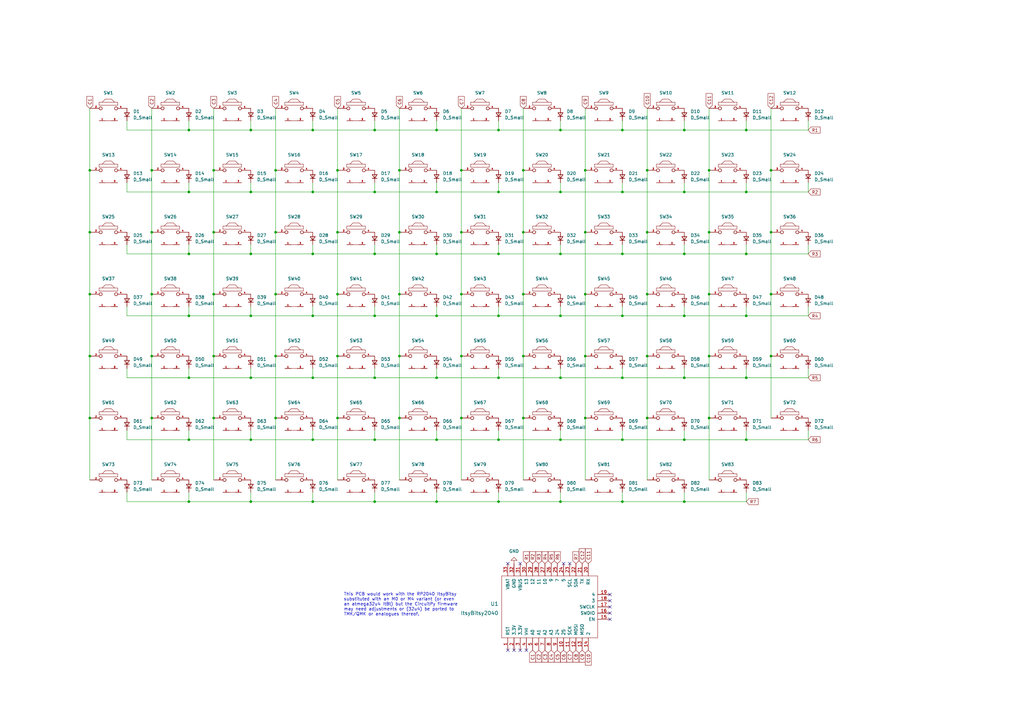
<source format=kicad_sch>
(kicad_sch (version 20211123) (generator eeschema)
  (paper "A3")
  (title_block (title "B84-4001 Keyboard PCB") (date "2022-05-30") (rev "1.0"))
  (junction (at 77.47 205.74))
  (junction (at 255.27 129.54))
  (junction (at 214.63 69.85))
  (junction (at 204.47 78.74))
  (junction (at 36.83 69.85))
  (junction (at 163.83 171.45))
  (junction (at 204.47 205.74))
  (junction (at 102.87 129.54))
  (junction (at 306.07 129.54))
  (junction (at 153.67 154.94))
  (junction (at 255.27 78.74))
  (junction (at 229.87 180.34))
  (junction (at 102.87 180.34))
  (junction (at 280.67 53.34))
  (junction (at 214.63 146.05))
  (junction (at 280.67 205.74))
  (junction (at 113.03 120.65))
  (junction (at 255.27 104.14))
  (junction (at 189.23 120.65))
  (junction (at 179.07 104.14))
  (junction (at 138.43 120.65))
  (junction (at 128.27 154.94))
  (junction (at 229.87 205.74))
  (junction (at 62.23 120.65))
  (junction (at 189.23 95.25))
  (junction (at 138.43 95.25))
  (junction (at 280.67 104.14))
  (junction (at 280.67 129.54))
  (junction (at 77.47 180.34))
  (junction (at 36.83 95.25))
  (junction (at 128.27 180.34))
  (junction (at 163.83 69.85))
  (junction (at 280.67 180.34))
  (junction (at 240.03 171.45))
  (junction (at 290.83 171.45))
  (junction (at 102.87 154.94))
  (junction (at 229.87 78.74))
  (junction (at 229.87 104.14))
  (junction (at 265.43 69.85))
  (junction (at 306.07 78.74))
  (junction (at 62.23 171.45))
  (junction (at 290.83 146.05))
  (junction (at 265.43 146.05))
  (junction (at 153.67 78.74))
  (junction (at 163.83 120.65))
  (junction (at 128.27 78.74))
  (junction (at 113.03 171.45))
  (junction (at 316.23 95.25))
  (junction (at 316.23 69.85))
  (junction (at 179.07 154.94))
  (junction (at 204.47 154.94))
  (junction (at 77.47 154.94))
  (junction (at 163.83 146.05))
  (junction (at 255.27 53.34))
  (junction (at 77.47 53.34))
  (junction (at 204.47 129.54))
  (junction (at 153.67 104.14))
  (junction (at 265.43 171.45))
  (junction (at 102.87 104.14))
  (junction (at 128.27 129.54))
  (junction (at 113.03 69.85))
  (junction (at 128.27 205.74))
  (junction (at 306.07 154.94))
  (junction (at 138.43 146.05))
  (junction (at 265.43 120.65))
  (junction (at 229.87 154.94))
  (junction (at 153.67 53.34))
  (junction (at 214.63 171.45))
  (junction (at 102.87 53.34))
  (junction (at 189.23 171.45))
  (junction (at 189.23 146.05))
  (junction (at 153.67 129.54))
  (junction (at 87.63 171.45))
  (junction (at 240.03 95.25))
  (junction (at 138.43 171.45))
  (junction (at 265.43 95.25))
  (junction (at 102.87 205.74))
  (junction (at 153.67 205.74))
  (junction (at 62.23 69.85))
  (junction (at 240.03 69.85))
  (junction (at 102.87 78.74))
  (junction (at 113.03 95.25))
  (junction (at 179.07 205.74))
  (junction (at 163.83 95.25))
  (junction (at 255.27 180.34))
  (junction (at 36.83 146.05))
  (junction (at 179.07 53.34))
  (junction (at 214.63 120.65))
  (junction (at 77.47 104.14))
  (junction (at 77.47 78.74))
  (junction (at 316.23 146.05))
  (junction (at 36.83 171.45))
  (junction (at 36.83 120.65))
  (junction (at 204.47 104.14))
  (junction (at 189.23 69.85))
  (junction (at 214.63 95.25))
  (junction (at 113.03 146.05))
  (junction (at 229.87 129.54))
  (junction (at 240.03 146.05))
  (junction (at 87.63 120.65))
  (junction (at 87.63 69.85))
  (junction (at 179.07 180.34))
  (junction (at 87.63 146.05))
  (junction (at 306.07 53.34))
  (junction (at 306.07 104.14))
  (junction (at 153.67 180.34))
  (junction (at 280.67 78.74))
  (junction (at 290.83 120.65))
  (junction (at 138.43 69.85))
  (junction (at 290.83 95.25))
  (junction (at 229.87 53.34))
  (junction (at 87.63 95.25))
  (junction (at 290.83 69.85))
  (junction (at 316.23 120.65))
  (junction (at 179.07 129.54))
  (junction (at 280.67 154.94))
  (junction (at 240.03 120.65))
  (junction (at 128.27 53.34))
  (junction (at 306.07 180.34))
  (junction (at 62.23 146.05))
  (junction (at 255.27 205.74))
  (junction (at 77.47 129.54))
  (junction (at 204.47 53.34))
  (junction (at 204.47 180.34))
  (junction (at 255.27 154.94))
  (junction (at 62.23 95.25))
  (junction (at 179.07 78.74))
  (junction (at 128.27 104.14))
  (no_connect (at 208.28 266.7))
  (no_connect (at 210.82 266.7))
  (no_connect (at 213.36 266.7))
  (no_connect (at 215.9 266.7))
  (no_connect (at 213.36 231.14))
  (no_connect (at 208.28 231.14))
  (no_connect (at 231.14 231.14))
  (no_connect (at 233.68 231.14))
  (no_connect (at 250.19 254))
  (no_connect (at 250.19 243.84))
  (no_connect (at 250.19 251.46))
  (no_connect (at 250.19 248.92))
  (no_connect (at 250.19 246.38))
  (wire (pts (xy 306.07 154.94) (xy 331.47 154.94)))
  (wire (pts (xy 77.47 104.14) (xy 102.87 104.14)))
  (wire (pts (xy 255.27 49.53) (xy 255.27 53.34)))
  (wire (pts (xy 102.87 104.14) (xy 128.27 104.14)))
  (wire (pts (xy 240.03 95.25) (xy 240.03 120.65)))
  (wire (pts (xy 102.87 180.34) (xy 128.27 180.34)))
  (wire (pts (xy 214.63 171.45) (xy 214.63 196.85)))
  (wire (pts (xy 179.07 125.73) (xy 179.07 129.54)))
  (wire (pts (xy 331.47 78.74) (xy 331.47 74.93)))
  (wire (pts (xy 316.23 146.05) (xy 316.23 171.45)))
  (wire (pts (xy 280.67 201.93) (xy 280.67 205.74)))
  (wire (pts (xy 128.27 74.93) (xy 128.27 78.74)))
  (wire (pts (xy 52.07 154.94) (xy 77.47 154.94)))
  (wire (pts (xy 204.47 104.14) (xy 229.87 104.14)))
  (wire (pts (xy 153.67 129.54) (xy 179.07 129.54)))
  (wire (pts (xy 331.47 53.34) (xy 331.47 49.53)))
  (wire (pts (xy 153.67 78.74) (xy 179.07 78.74)))
  (wire (pts (xy 255.27 176.53) (xy 255.27 180.34)))
  (wire (pts (xy 52.07 129.54) (xy 77.47 129.54)))
  (wire (pts (xy 204.47 205.74) (xy 229.87 205.74)))
  (wire (pts (xy 102.87 53.34) (xy 102.87 49.53)))
  (wire (pts (xy 179.07 100.33) (xy 179.07 104.14)))
  (wire (pts (xy 229.87 78.74) (xy 255.27 78.74)))
  (wire (pts (xy 179.07 78.74) (xy 204.47 78.74)))
  (wire (pts (xy 153.67 151.13) (xy 153.67 154.94)))
  (wire (pts (xy 62.23 95.25) (xy 62.23 120.65)))
  (wire (pts (xy 52.07 180.34) (xy 77.47 180.34)))
  (wire (pts (xy 204.47 49.53) (xy 204.47 53.34)))
  (wire (pts (xy 163.83 120.65) (xy 163.83 146.05)))
  (wire (pts (xy 153.67 205.74) (xy 179.07 205.74)))
  (wire (pts (xy 204.47 74.93) (xy 204.47 78.74)))
  (wire (pts (xy 306.07 180.34) (xy 331.47 180.34)))
  (wire (pts (xy 189.23 69.85) (xy 189.23 95.25)))
  (wire (pts (xy 87.63 95.25) (xy 87.63 120.65)))
  (wire (pts (xy 153.67 154.94) (xy 179.07 154.94)))
  (wire (pts (xy 153.67 78.74) (xy 128.27 78.74)))
  (wire (pts (xy 179.07 49.53) (xy 179.07 53.34)))
  (wire (pts (xy 163.83 69.85) (xy 163.83 95.25)))
  (wire (pts (xy 128.27 151.13) (xy 128.27 154.94)))
  (wire (pts (xy 255.27 78.74) (xy 280.67 78.74)))
  (wire (pts (xy 229.87 49.53) (xy 229.87 53.34)))
  (wire (pts (xy 229.87 151.13) (xy 229.87 154.94)))
  (wire (pts (xy 77.47 180.34) (xy 77.47 176.53)))
  (wire (pts (xy 229.87 74.93) (xy 229.87 78.74)))
  (wire (pts (xy 280.67 176.53) (xy 280.67 180.34)))
  (wire (pts (xy 240.03 171.45) (xy 240.03 196.85)))
  (wire (pts (xy 306.07 176.53) (xy 306.07 180.34)))
  (wire (pts (xy 229.87 205.74) (xy 255.27 205.74)))
  (wire (pts (xy 280.67 53.34) (xy 306.07 53.34)))
  (wire (pts (xy 113.03 171.45) (xy 113.03 196.85)))
  (wire (pts (xy 280.67 104.14) (xy 306.07 104.14)))
  (wire (pts (xy 179.07 205.74) (xy 204.47 205.74)))
  (wire (pts (xy 204.47 201.93) (xy 204.47 205.74)))
  (wire (pts (xy 331.47 104.14) (xy 331.47 100.33)))
  (wire (pts (xy 102.87 53.34) (xy 128.27 53.34)))
  (wire (pts (xy 229.87 53.34) (xy 204.47 53.34)))
  (wire (pts (xy 204.47 176.53) (xy 204.47 180.34)))
  (wire (pts (xy 331.47 154.94) (xy 331.47 151.13)))
  (wire (pts (xy 87.63 44.45) (xy 87.63 69.85)))
  (wire (pts (xy 153.67 125.73) (xy 153.67 129.54)))
  (wire (pts (xy 255.27 74.93) (xy 255.27 78.74)))
  (wire (pts (xy 204.47 129.54) (xy 229.87 129.54)))
  (wire (pts (xy 102.87 151.13) (xy 102.87 154.94)))
  (wire (pts (xy 52.07 205.74) (xy 77.47 205.74)))
  (wire (pts (xy 87.63 120.65) (xy 87.63 146.05)))
  (wire (pts (xy 280.67 53.34) (xy 255.27 53.34)))
  (wire (pts (xy 128.27 205.74) (xy 153.67 205.74)))
  (wire (pts (xy 306.07 104.14) (xy 331.47 104.14)))
  (wire (pts (xy 128.27 154.94) (xy 153.67 154.94)))
  (wire (pts (xy 255.27 129.54) (xy 280.67 129.54)))
  (wire (pts (xy 331.47 129.54) (xy 331.47 125.73)))
  (wire (pts (xy 265.43 44.45) (xy 265.43 69.85)))
  (wire (pts (xy 214.63 44.45) (xy 214.63 69.85)))
  (wire (pts (xy 255.27 151.13) (xy 255.27 154.94)))
  (wire (pts (xy 102.87 205.74) (xy 128.27 205.74)))
  (wire (pts (xy 204.47 125.73) (xy 204.47 129.54)))
  (wire (pts (xy 113.03 69.85) (xy 113.03 95.25)))
  (wire (pts (xy 255.27 201.93) (xy 255.27 205.74)))
  (wire (pts (xy 52.07 74.93) (xy 52.07 78.74)))
  (wire (pts (xy 316.23 120.65) (xy 316.23 146.05)))
  (wire (pts (xy 102.87 201.93) (xy 102.87 205.74)))
  (wire (pts (xy 214.63 95.25) (xy 214.63 120.65)))
  (wire (pts (xy 290.83 69.85) (xy 290.83 95.25)))
  (wire (pts (xy 189.23 146.05) (xy 189.23 171.45)))
  (wire (pts (xy 138.43 44.45) (xy 138.43 69.85)))
  (wire (pts (xy 280.67 129.54) (xy 306.07 129.54)))
  (wire (pts (xy 128.27 180.34) (xy 153.67 180.34)))
  (wire (pts (xy 153.67 74.93) (xy 153.67 78.74)))
  (wire (pts (xy 77.47 129.54) (xy 102.87 129.54)))
  (wire (pts (xy 36.83 69.85) (xy 36.83 95.25)))
  (wire (pts (xy 255.27 180.34) (xy 280.67 180.34)))
  (wire (pts (xy 240.03 69.85) (xy 240.03 95.25)))
  (wire (pts (xy 204.47 78.74) (xy 229.87 78.74)))
  (wire (pts (xy 77.47 154.94) (xy 102.87 154.94)))
  (wire (pts (xy 306.07 53.34) (xy 306.07 49.53)))
  (wire (pts (xy 128.27 129.54) (xy 153.67 129.54)))
  (wire (pts (xy 265.43 171.45) (xy 265.43 196.85)))
  (wire (pts (xy 163.83 146.05) (xy 163.83 171.45)))
  (wire (pts (xy 229.87 129.54) (xy 255.27 129.54)))
  (wire (pts (xy 77.47 53.34) (xy 77.47 49.53)))
  (wire (pts (xy 153.67 201.93) (xy 153.67 205.74)))
  (wire (pts (xy 229.87 100.33) (xy 229.87 104.14)))
  (wire (pts (xy 179.07 154.94) (xy 204.47 154.94)))
  (wire (pts (xy 280.67 74.93) (xy 280.67 78.74)))
  (wire (pts (xy 316.23 95.25) (xy 316.23 120.65)))
  (wire (pts (xy 280.67 205.74) (xy 306.07 205.74)))
  (wire (pts (xy 204.47 151.13) (xy 204.47 154.94)))
  (wire (pts (xy 77.47 129.54) (xy 77.47 125.73)))
  (wire (pts (xy 77.47 154.94) (xy 77.47 151.13)))
  (wire (pts (xy 290.83 120.65) (xy 290.83 146.05)))
  (wire (pts (xy 113.03 120.65) (xy 113.03 146.05)))
  (wire (pts (xy 240.03 120.65) (xy 240.03 146.05)))
  (wire (pts (xy 102.87 100.33) (xy 102.87 104.14)))
  (wire (pts (xy 52.07 78.74) (xy 77.47 78.74)))
  (wire (pts (xy 229.87 201.93) (xy 229.87 205.74)))
  (wire (pts (xy 128.27 201.93) (xy 128.27 205.74)))
  (wire (pts (xy 255.27 125.73) (xy 255.27 129.54)))
  (wire (pts (xy 52.07 125.73) (xy 52.07 129.54)))
  (wire (pts (xy 290.83 146.05) (xy 290.83 171.45)))
  (wire (pts (xy 36.83 44.45) (xy 36.83 69.85)))
  (wire (pts (xy 179.07 104.14) (xy 204.47 104.14)))
  (wire (pts (xy 52.07 53.34) (xy 77.47 53.34)))
  (wire (pts (xy 138.43 69.85) (xy 138.43 95.25)))
  (wire (pts (xy 153.67 53.34) (xy 128.27 53.34)))
  (wire (pts (xy 113.03 95.25) (xy 113.03 120.65)))
  (wire (pts (xy 265.43 69.85) (xy 265.43 95.25)))
  (wire (pts (xy 163.83 171.45) (xy 163.83 196.85)))
  (wire (pts (xy 255.27 205.74) (xy 280.67 205.74)))
  (wire (pts (xy 306.07 129.54) (xy 331.47 129.54)))
  (wire (pts (xy 77.47 205.74) (xy 77.47 201.93)))
  (wire (pts (xy 128.27 100.33) (xy 128.27 104.14)))
  (wire (pts (xy 240.03 44.45) (xy 240.03 69.85)))
  (wire (pts (xy 280.67 49.53) (xy 280.67 53.34)))
  (wire (pts (xy 179.07 180.34) (xy 204.47 180.34)))
  (wire (pts (xy 62.23 69.85) (xy 62.23 95.25)))
  (wire (pts (xy 163.83 44.45) (xy 163.83 69.85)))
  (wire (pts (xy 87.63 69.85) (xy 87.63 95.25)))
  (wire (pts (xy 138.43 171.45) (xy 138.43 196.85)))
  (wire (pts (xy 214.63 120.65) (xy 214.63 146.05)))
  (wire (pts (xy 153.67 100.33) (xy 153.67 104.14)))
  (wire (pts (xy 255.27 53.34) (xy 229.87 53.34)))
  (wire (pts (xy 265.43 146.05) (xy 265.43 171.45)))
  (wire (pts (xy 179.07 201.93) (xy 179.07 205.74)))
  (wire (pts (xy 189.23 120.65) (xy 189.23 146.05)))
  (wire (pts (xy 52.07 151.13) (xy 52.07 154.94)))
  (wire (pts (xy 102.87 176.53) (xy 102.87 180.34)))
  (wire (pts (xy 229.87 125.73) (xy 229.87 129.54)))
  (wire (pts (xy 52.07 49.53) (xy 52.07 53.34)))
  (wire (pts (xy 62.23 120.65) (xy 62.23 146.05)))
  (wire (pts (xy 138.43 146.05) (xy 138.43 171.45)))
  (wire (pts (xy 204.47 154.94) (xy 229.87 154.94)))
  (wire (pts (xy 280.67 78.74) (xy 306.07 78.74)))
  (wire (pts (xy 87.63 146.05) (xy 87.63 171.45)))
  (wire (pts (xy 290.83 95.25) (xy 290.83 120.65)))
  (wire (pts (xy 36.83 171.45) (xy 36.83 196.85)))
  (wire (pts (xy 179.07 151.13) (xy 179.07 154.94)))
  (wire (pts (xy 306.07 100.33) (xy 306.07 104.14)))
  (wire (pts (xy 229.87 104.14) (xy 255.27 104.14)))
  (wire (pts (xy 77.47 78.74) (xy 77.47 74.93)))
  (wire (pts (xy 36.83 146.05) (xy 36.83 171.45)))
  (wire (pts (xy 153.67 180.34) (xy 179.07 180.34)))
  (wire (pts (xy 255.27 104.14) (xy 280.67 104.14)))
  (wire (pts (xy 163.83 95.25) (xy 163.83 120.65)))
  (wire (pts (xy 153.67 176.53) (xy 153.67 180.34)))
  (wire (pts (xy 52.07 176.53) (xy 52.07 180.34)))
  (wire (pts (xy 204.47 53.34) (xy 179.07 53.34)))
  (wire (pts (xy 113.03 44.45) (xy 113.03 69.85)))
  (wire (pts (xy 77.47 180.34) (xy 102.87 180.34)))
  (wire (pts (xy 153.67 49.53) (xy 153.67 53.34)))
  (wire (pts (xy 290.83 171.45) (xy 290.83 196.85)))
  (wire (pts (xy 179.07 53.34) (xy 153.67 53.34)))
  (wire (pts (xy 280.67 125.73) (xy 280.67 129.54)))
  (wire (pts (xy 204.47 100.33) (xy 204.47 104.14)))
  (wire (pts (xy 280.67 180.34) (xy 306.07 180.34)))
  (wire (pts (xy 128.27 104.14) (xy 153.67 104.14)))
  (wire (pts (xy 189.23 171.45) (xy 189.23 196.85)))
  (wire (pts (xy 306.07 53.34) (xy 331.47 53.34)))
  (wire (pts (xy 306.07 205.74) (xy 306.07 201.93)))
  (wire (pts (xy 290.83 44.45) (xy 290.83 69.85)))
  (wire (pts (xy 214.63 146.05) (xy 214.63 171.45)))
  (wire (pts (xy 102.87 129.54) (xy 128.27 129.54)))
  (wire (pts (xy 52.07 104.14) (xy 77.47 104.14)))
  (wire (pts (xy 280.67 154.94) (xy 306.07 154.94)))
  (wire (pts (xy 102.87 154.94) (xy 128.27 154.94)))
  (wire (pts (xy 229.87 154.94) (xy 255.27 154.94)))
  (wire (pts (xy 77.47 100.33) (xy 77.47 104.14)))
  (wire (pts (xy 52.07 100.33) (xy 52.07 104.14)))
  (wire (pts (xy 77.47 205.74) (xy 102.87 205.74)))
  (wire (pts (xy 306.07 125.73) (xy 306.07 129.54)))
  (wire (pts (xy 102.87 74.93) (xy 102.87 78.74)))
  (wire (pts (xy 77.47 53.34) (xy 102.87 53.34)))
  (wire (pts (xy 52.07 201.93) (xy 52.07 205.74)))
  (wire (pts (xy 189.23 95.25) (xy 189.23 120.65)))
  (wire (pts (xy 179.07 176.53) (xy 179.07 180.34)))
  (wire (pts (xy 138.43 95.25) (xy 138.43 120.65)))
  (wire (pts (xy 36.83 120.65) (xy 36.83 146.05)))
  (wire (pts (xy 265.43 95.25) (xy 265.43 120.65)))
  (wire (pts (xy 113.03 146.05) (xy 113.03 171.45)))
  (wire (pts (xy 189.23 44.45) (xy 189.23 69.85)))
  (wire (pts (xy 229.87 176.53) (xy 229.87 180.34)))
  (wire (pts (xy 102.87 78.74) (xy 77.47 78.74)))
  (wire (pts (xy 306.07 74.93) (xy 306.07 78.74)))
  (wire (pts (xy 179.07 129.54) (xy 204.47 129.54)))
  (wire (pts (xy 306.07 151.13) (xy 306.07 154.94)))
  (wire (pts (xy 179.07 74.93) (xy 179.07 78.74)))
  (wire (pts (xy 62.23 171.45) (xy 62.23 196.85)))
  (wire (pts (xy 128.27 78.74) (xy 102.87 78.74)))
  (wire (pts (xy 229.87 180.34) (xy 255.27 180.34)))
  (wire (pts (xy 265.43 120.65) (xy 265.43 146.05)))
  (wire (pts (xy 316.23 69.85) (xy 316.23 95.25)))
  (wire (pts (xy 36.83 95.25) (xy 36.83 120.65)))
  (wire (pts (xy 138.43 120.65) (xy 138.43 146.05)))
  (wire (pts (xy 128.27 125.73) (xy 128.27 129.54)))
  (wire (pts (xy 204.47 180.34) (xy 229.87 180.34)))
  (wire (pts (xy 255.27 100.33) (xy 255.27 104.14)))
  (wire (pts (xy 214.63 69.85) (xy 214.63 95.25)))
  (wire (pts (xy 128.27 53.34) (xy 128.27 49.53)))
  (wire (pts (xy 153.67 104.14) (xy 179.07 104.14)))
  (wire (pts (xy 280.67 100.33) (xy 280.67 104.14)))
  (wire (pts (xy 280.67 151.13) (xy 280.67 154.94)))
  (wire (pts (xy 306.07 78.74) (xy 331.47 78.74)))
  (wire (pts (xy 87.63 171.45) (xy 87.63 196.85)))
  (wire (pts (xy 240.03 146.05) (xy 240.03 171.45)))
  (wire (pts (xy 102.87 125.73) (xy 102.87 129.54)))
  (wire (pts (xy 255.27 154.94) (xy 280.67 154.94)))
  (wire (pts (xy 62.23 44.45) (xy 62.23 69.85)))
  (wire (pts (xy 62.23 146.05) (xy 62.23 171.45)))
  (wire (pts (xy 331.47 180.34) (xy 331.47 176.53)))
  (wire (pts (xy 128.27 176.53) (xy 128.27 180.34)))
  (wire (pts (xy 316.23 44.45) (xy 316.23 69.85)))
  (text "This PCB would work with the RP2040 ItsyBitsy \nsubstituted with an M0 or M4 variant (or even \nan atmega32u4 ItBt) but the CircuitPy firmware \nmay need adjustments or (32u4) be ported to \nTMK/QMK or analogues thereof." (at 140.97 252.73 0) (effects (font (size 1.27 1.27)) (justify left bottom)))
  (global_label "C8" (shape input) (at 214.63 44.45 90) (property "Intersheet References" "${INTERSHEET_REFS}" (effects hide)))
  (global_label "C7" (shape input) (at 189.23 44.45 90) (property "Intersheet References" "${INTERSHEET_REFS}" (effects hide)))
  (global_label "C8" (shape input) (at 236.22 266.7 270) (property "Intersheet References" "${INTERSHEET_REFS}" (effects hide)))
  (global_label "R1" (shape input) (at 331.47 53.34 0) (property "Intersheet References" "${INTERSHEET_REFS}" (effects hide)))
  (global_label "R2" (shape input) (at 331.47 78.74 0) (property "Intersheet References" "${INTERSHEET_REFS}" (effects hide)))
  (global_label "R2" (shape input) (at 218.44 231.14 90) (property "Intersheet References" "${INTERSHEET_REFS}" (effects hide)))
  (global_label "C5" (shape input) (at 138.43 44.45 90) (property "Intersheet References" "${INTERSHEET_REFS}" (effects hide)))
  (global_label "C2" (shape input) (at 220.98 266.7 270) (property "Intersheet References" "${INTERSHEET_REFS}" (effects hide)))
  (global_label "R3" (shape input) (at 331.47 104.14 0) (property "Intersheet References" "${INTERSHEET_REFS}" (effects hide)))
  (global_label "C9" (shape input) (at 240.03 44.45 90) (property "Intersheet References" "${INTERSHEET_REFS}" (effects hide)))
  (global_label "R5" (shape input) (at 226.06 231.14 90) (property "Intersheet References" "${INTERSHEET_REFS}" (effects hide)))
  (global_label "C12" (shape input) (at 238.76 231.14 90) (property "Intersheet References" "${INTERSHEET_REFS}" (effects hide)))
  (global_label "C1" (shape input) (at 36.83 44.45 90) (property "Intersheet References" "${INTERSHEET_REFS}" (effects hide)))
  (global_label "C6" (shape input) (at 231.14 266.7 270) (property "Intersheet References" "${INTERSHEET_REFS}" (effects hide)))
  (global_label "C3" (shape input) (at 223.52 266.7 270) (property "Intersheet References" "${INTERSHEET_REFS}" (effects hide)))
  (global_label "C6" (shape input) (at 163.83 44.45 90) (property "Intersheet References" "${INTERSHEET_REFS}" (effects hide)))
  (global_label "C10" (shape input) (at 265.43 44.45 90) (property "Intersheet References" "${INTERSHEET_REFS}" (effects hide)))
  (global_label "R7" (shape input) (at 236.22 231.14 90) (property "Intersheet References" "${INTERSHEET_REFS}" (effects hide)))
  (global_label "C4" (shape input) (at 226.06 266.7 270) (property "Intersheet References" "${INTERSHEET_REFS}" (effects hide)))
  (global_label "R5" (shape input) (at 331.47 154.94 0) (property "Intersheet References" "${INTERSHEET_REFS}" (effects hide)))
  (global_label "C9" (shape input) (at 238.76 266.7 270) (property "Intersheet References" "${INTERSHEET_REFS}" (effects hide)))
  (global_label "R7" (shape input) (at 306.07 205.74 0) (property "Intersheet References" "${INTERSHEET_REFS}" (effects hide)))
  (global_label "R6" (shape input) (at 228.6 231.14 90) (property "Intersheet References" "${INTERSHEET_REFS}" (effects hide)))
  (global_label "C1" (shape input) (at 218.44 266.7 270) (property "Intersheet References" "${INTERSHEET_REFS}" (effects hide)))
  (global_label "C10" (shape input) (at 241.3 266.7 270) (property "Intersheet References" "${INTERSHEET_REFS}" (effects hide)))
  (global_label "C3" (shape input) (at 87.63 44.45 90) (property "Intersheet References" "${INTERSHEET_REFS}" (effects hide)))
  (global_label "C4" (shape input) (at 113.03 44.45 90) (property "Intersheet References" "${INTERSHEET_REFS}" (effects hide)))
  (global_label "R4" (shape input) (at 331.47 129.54 0) (property "Intersheet References" "${INTERSHEET_REFS}" (effects hide)))
  (global_label "R4" (shape input) (at 223.52 231.14 90) (property "Intersheet References" "${INTERSHEET_REFS}" (effects hide)))
  (global_label "C11" (shape input) (at 241.3 231.14 90) (property "Intersheet References" "${INTERSHEET_REFS}" (effects hide)))
  (global_label "R6" (shape input) (at 331.47 180.34 0) (property "Intersheet References" "${INTERSHEET_REFS}" (effects hide)))
  (global_label "C2" (shape input) (at 62.23 44.45 90) (property "Intersheet References" "${INTERSHEET_REFS}" (effects hide)))
  (global_label "C12" (shape input) (at 316.23 44.45 90) (property "Intersheet References" "${INTERSHEET_REFS}" (effects hide)))
  (global_label "R3" (shape input) (at 220.98 231.14 90) (property "Intersheet References" "${INTERSHEET_REFS}" (effects hide)))
  (global_label "C7" (shape input) (at 233.68 266.7 270) (property "Intersheet References" "${INTERSHEET_REFS}" (effects hide)))
  (global_label "C11" (shape input) (at 290.83 44.45 90) (property "Intersheet References" "${INTERSHEET_REFS}" (effects hide)))
  (global_label "R1" (shape input) (at 215.9 231.14 90) (property "Intersheet References" "${INTERSHEET_REFS}" (effects hide)))
  (global_label "C5" (shape input) (at 228.6 266.7 270) (property "Intersheet References" "${INTERSHEET_REFS}" (effects hide)))
  (symbol (lib_id "keebio:ML") (at 146.05 146.05 0) (unit 1)
    (property "Reference" "SW53" (at 146.05 139.7 0))
    (property "Value" "ML" (effects hide))
    (property "Footprint" "Button_Switch_Keyboard:NoSilk_SW_Cherry_ML_1u_Centred" (effects hide))
  )
  (symbol (lib_id "keebio:ML") (at 120.65 171.45 0) (unit 1)
    (property "Reference" "SW64" (at 120.65 165.1 0))
    (property "Value" "ML" (effects hide))
    (property "Footprint" "Button_Switch_Keyboard:NoSilk_SW_Cherry_ML_1u_Centred" (effects hide))
  )
  (symbol (lib_id "Device:D_Small") (at 306.07 46.99 90) (unit 1)
    (property "Reference" "D11" (at 308.61 45.7199 90) (effects (justify right)))
    (property "Value" "D_Small" (at 308.61 48.2599 90) (effects (justify right)))
    (property "Footprint" "Keebio-Parts:Diode-dual-NoSilk" (effects hide))
  )
  (symbol (lib_id "Device:D_Small") (at 128.27 97.79 90) (unit 1)
    (property "Reference" "D28" (at 130.81 96.5199 90) (effects (justify right)))
    (property "Value" "D_Small" (at 130.81 99.0599 90) (effects (justify right)))
    (property "Footprint" "Keebio-Parts:Diode-dual-NoSilk" (effects hide))
  )
  (symbol (lib_id "keebio:ML") (at 247.65 120.65 0) (unit 1)
    (property "Reference" "SW45" (at 247.65 114.3 0))
    (property "Value" "ML" (effects hide))
    (property "Footprint" "Button_Switch_Keyboard:NoSilk_SW_Cherry_ML_1uS_Centred" (effects hide))
  )
  (symbol (lib_id "Device:D_Small") (at 255.27 123.19 90) (unit 1)
    (property "Reference" "D45" (at 257.81 121.9199 90) (effects (justify right)))
    (property "Value" "D_Small" (at 257.81 124.4599 90) (effects (justify right)))
    (property "Footprint" "Keebio-Parts:Diode-dual-NoSilk" (effects hide))
  )
  (symbol (lib_id "Device:D_Small") (at 179.07 199.39 90) (unit 1)
    (property "Reference" "D78" (at 181.61 198.1199 90) (effects (justify right)))
    (property "Value" "D_Small" (at 181.61 200.6599 90) (effects (justify right)))
    (property "Footprint" "Keebio-Parts:Diode-dual-NoSilk" (effects hide))
  )
  (symbol (lib_id "Device:D_Small") (at 52.07 148.59 90) (unit 1)
    (property "Reference" "D49" (at 54.61 147.3199 90) (effects (justify right)))
    (property "Value" "D_Small" (at 54.61 149.8599 90) (effects (justify right)))
    (property "Footprint" "Keebio-Parts:Diode-dual-NoSilk" (effects hide))
  )
  (symbol (lib_id "keebio:ML") (at 146.05 120.65 0) (unit 1)
    (property "Reference" "SW41" (at 146.05 114.3 0))
    (property "Value" "ML" (effects hide))
    (property "Footprint" "Button_Switch_Keyboard:NoSilk_SW_Cherry_ML_1u_Centred" (effects hide))
  )
  (symbol (lib_id "Device:D_Small") (at 280.67 72.39 90) (unit 1)
    (property "Reference" "D22" (at 283.21 71.1199 90) (effects (justify right)))
    (property "Value" "D_Small" (at 283.21 73.6599 90) (effects (justify right)))
    (property "Footprint" "Keebio-Parts:Diode-dual-NoSilk" (effects hide))
  )
  (symbol (lib_id "Device:D_Small") (at 229.87 46.99 90) (unit 1)
    (property "Reference" "D8" (at 232.41 45.7199 90) (effects (justify right)))
    (property "Value" "D_Small" (at 232.41 48.2599 90) (effects (justify right)))
    (property "Footprint" "Keebio-Parts:Diode-dual-NoSilk" (effects hide))
  )
  (symbol (lib_id "keebio:ML") (at 146.05 196.85 0) (unit 1)
    (property "Reference" "SW77" (at 146.05 190.5 0))
    (property "Value" "ML" (effects hide))
    (property "Footprint" "Button_Switch_Keyboard:NoSilk_SW_Cherry_ML_1u_Centred" (effects hide))
  )
  (symbol (lib_id "keebio:ML") (at 171.45 95.25 0) (unit 1)
    (property "Reference" "SW30" (at 171.45 88.9 0))
    (property "Value" "ML" (effects hide))
    (property "Footprint" "Button_Switch_Keyboard:NoSilk_SW_Cherry_ML_1uS_Centred" (effects hide))
  )
  (symbol (lib_id "keebio:ML") (at 69.85 120.65 0) (unit 1)
    (property "Reference" "SW38" (at 69.85 114.3 0))
    (property "Value" "ML" (effects hide))
    (property "Footprint" "Button_Switch_Keyboard:NoSilk_SW_Cherry_ML_1u_Centred" (effects hide))
  )
  (symbol (lib_id "keebio:ML") (at 222.25 196.85 0) (unit 1)
    (property "Reference" "SW80" (at 222.25 190.5 0))
    (property "Value" "ML" (effects hide))
    (property "Footprint" "Button_Switch_Keyboard:NoSilk_SW_Cherry_ML_1u_Centred" (effects hide))
  )
  (symbol (lib_id "keebio:ML") (at 323.85 120.65 0) (unit 1)
    (property "Reference" "SW48" (at 323.85 114.3 0))
    (property "Value" "ML" (effects hide))
    (property "Footprint" "Button_Switch_Keyboard:NoSilk_SW_Cherry_ML_1u_Centred" (effects hide))
  )
  (symbol (lib_id "Device:D_Small") (at 128.27 148.59 90) (unit 1)
    (property "Reference" "D52" (at 130.81 147.3199 90) (effects (justify right)))
    (property "Value" "D_Small" (at 130.81 149.8599 90) (effects (justify right)))
    (property "Footprint" "Keebio-Parts:Diode-dual-NoSilk" (effects hide))
  )
  (symbol (lib_id "keebio:ML") (at 69.85 69.85 0) (unit 1)
    (property "Reference" "SW14" (at 69.85 63.5 0))
    (property "Value" "ML" (effects hide))
    (property "Footprint" "Button_Switch_Keyboard:NoSilk_SW_Cherry_ML_1u_Centred" (effects hide))
  )
  (symbol (lib_id "Device:D_Small") (at 229.87 97.79 90) (unit 1)
    (property "Reference" "D32" (at 232.41 96.5199 90) (effects (justify right)))
    (property "Value" "D_Small" (at 232.41 99.0599 90) (effects (justify right)))
    (property "Footprint" "Keebio-Parts:Diode-dual-NoSilk" (effects hide))
  )
  (symbol (lib_id "Device:D_Small") (at 179.07 46.99 90) (unit 1)
    (property "Reference" "D6" (at 181.61 45.7199 90) (effects (justify right)))
    (property "Value" "D_Small" (at 181.61 48.2599 90) (effects (justify right)))
    (property "Footprint" "Keebio-Parts:Diode-dual-NoSilk" (effects hide))
  )
  (symbol (lib_id "keebio:ML") (at 69.85 146.05 0) (unit 1)
    (property "Reference" "SW50" (at 69.85 139.7 0))
    (property "Value" "ML" (effects hide))
    (property "Footprint" "Button_Switch_Keyboard:NoSilk_SW_Cherry_ML_1u_Centred" (effects hide))
  )
  (symbol (lib_id "keebio:ML") (at 146.05 171.45 0) (unit 1)
    (property "Reference" "SW65" (at 146.05 165.1 0))
    (property "Value" "ML" (effects hide))
    (property "Footprint" "Button_Switch_Keyboard:NoSilk_SW_Cherry_ML_1u_Centred" (effects hide))
  )
  (symbol (lib_id "Device:D_Small") (at 229.87 72.39 90) (unit 1)
    (property "Reference" "D20" (at 232.41 71.1199 90) (effects (justify right)))
    (property "Value" "D_Small" (at 232.41 73.6599 90) (effects (justify right)))
    (property "Footprint" "Keebio-Parts:Diode-dual-NoSilk" (effects hide))
  )
  (symbol (lib_id "keebio:ML") (at 273.05 95.25 0) (unit 1)
    (property "Reference" "SW34" (at 273.05 88.9 0))
    (property "Value" "ML" (effects hide))
    (property "Footprint" "Button_Switch_Keyboard:NoSilk_SW_Cherry_ML_1u_Centred" (effects hide))
  )
  (symbol (lib_id "Device:D_Small") (at 229.87 123.19 90) (unit 1)
    (property "Reference" "D44" (at 232.41 121.9199 90) (effects (justify right)))
    (property "Value" "D_Small" (at 232.41 124.4599 90) (effects (justify right)))
    (property "Footprint" "Keebio-Parts:Diode-dual-NoSilk" (effects hide))
  )
  (symbol (lib_id "Device:D_Small") (at 306.07 199.39 90) (unit 1)
    (property "Reference" "D83" (at 308.61 198.1199 90) (effects (justify right)))
    (property "Value" "D_Small" (at 308.61 200.6599 90) (effects (justify right)))
    (property "Footprint" "Keebio-Parts:Diode-dual-NoSilk" (effects hide))
  )
  (symbol (lib_id "Device:D_Small") (at 128.27 173.99 90) (unit 1)
    (property "Reference" "D64" (at 130.81 172.7199 90) (effects (justify right)))
    (property "Value" "D_Small" (at 130.81 175.2599 90) (effects (justify right)))
    (property "Footprint" "Keebio-Parts:Diode-dual-NoSilk" (effects hide))
  )
  (symbol (lib_id "Device:D_Small") (at 255.27 46.99 90) (unit 1)
    (property "Reference" "D9" (at 257.81 45.7199 90) (effects (justify right)))
    (property "Value" "D_Small" (at 257.81 48.2599 90) (effects (justify right)))
    (property "Footprint" "Keebio-Parts:Diode-dual-NoSilk" (effects hide))
  )
  (symbol (lib_id "Device:D_Small") (at 179.07 97.79 90) (unit 1)
    (property "Reference" "D30" (at 181.61 96.5199 90) (effects (justify right)))
    (property "Value" "D_Small" (at 181.61 99.0599 90) (effects (justify right)))
    (property "Footprint" "Keebio-Parts:Diode-dual-NoSilk" (effects hide))
  )
  (symbol (lib_id "Device:D_Small") (at 77.47 199.39 90) (unit 1)
    (property "Reference" "D74" (at 80.01 198.1199 90) (effects (justify right)))
    (property "Value" "D_Small" (at 80.01 200.6599 90) (effects (justify right)))
    (property "Footprint" "Keebio-Parts:Diode-dual-NoSilk" (effects hide))
  )
  (symbol (lib_id "Device:D_Small") (at 280.67 97.79 90) (unit 1)
    (property "Reference" "D34" (at 283.21 96.5199 90) (effects (justify right)))
    (property "Value" "D_Small" (at 283.21 99.0599 90) (effects (justify right)))
    (property "Footprint" "Keebio-Parts:Diode-dual-NoSilk" (effects hide))
  )
  (symbol (lib_id "Device:D_Small") (at 331.47 97.79 90) (unit 1)
    (property "Reference" "D36" (at 334.01 96.5199 90) (effects (justify right)))
    (property "Value" "D_Small" (at 334.01 99.0599 90) (effects (justify right)))
    (property "Footprint" "Keebio-Parts:Diode-dual-NoSilk" (effects hide))
  )
  (symbol (lib_id "keebio:ML") (at 323.85 69.85 0) (unit 1)
    (property "Reference" "SW24" (at 323.85 63.5 0))
    (property "Value" "ML" (effects hide))
    (property "Footprint" "Button_Switch_Keyboard:NoSilk_SW_Cherry_ML_1u_Centred" (effects hide))
  )
  (symbol (lib_id "Device:D_Small") (at 255.27 72.39 90) (unit 1)
    (property "Reference" "D21" (at 257.81 71.1199 90) (effects (justify right)))
    (property "Value" "D_Small" (at 257.81 73.6599 90) (effects (justify right)))
    (property "Footprint" "Keebio-Parts:Diode-dual-NoSilk" (effects hide))
  )
  (symbol (lib_id "Device:D_Small") (at 153.67 46.99 90) (unit 1)
    (property "Reference" "D5" (at 156.21 45.7199 90) (effects (justify right)))
    (property "Value" "D_Small" (at 156.21 48.2599 90) (effects (justify right)))
    (property "Footprint" "Keebio-Parts:Diode-dual-NoSilk" (effects hide))
  )
  (symbol (lib_id "keebio:ML") (at 298.45 120.65 0) (unit 1)
    (property "Reference" "SW47" (at 298.45 114.3 0))
    (property "Value" "ML" (effects hide))
    (property "Footprint" "Button_Switch_Keyboard:NoSilk_SW_Cherry_ML_1u_Centred" (effects hide))
  )
  (symbol (lib_id "keebio:ItsyBitsy2040") (at 222.25 248.92 90) (unit 1)
    (property "Reference" "U1" (at 204.47 247.65 90) (effects (font (size 1.524 1.524)) (justify left)))
    (property "Value" "ItsyBitsy2040" (at 204.47 251.46 90) (effects (font (size 1.524 1.524)) (justify left)))
    (property "Footprint" "Keebio-Parts:ibrp2040_custom" (effects hide))
  )
  (symbol (lib_id "keebio:ML") (at 247.65 146.05 0) (unit 1)
    (property "Reference" "SW57" (at 247.65 139.7 0))
    (property "Value" "ML" (effects hide))
    (property "Footprint" "Button_Switch_Keyboard:NoSilk_SW_Cherry_ML_1u_Centred" (effects hide))
  )
  (symbol (lib_id "Device:D_Small") (at 306.07 173.99 90) (unit 1)
    (property "Reference" "D71" (at 308.61 172.7199 90) (effects (justify right)))
    (property "Value" "D_Small" (at 308.61 175.2599 90) (effects (justify right)))
    (property "Footprint" "Keebio-Parts:Diode-dual-NoSilk" (effects hide))
  )
  (symbol (lib_id "keebio:ML") (at 247.65 95.25 0) (unit 1)
    (property "Reference" "SW33" (at 247.65 88.9 0))
    (property "Value" "ML" (effects hide))
    (property "Footprint" "Button_Switch_Keyboard:NoSilk_SW_Cherry_ML_1u_Centred" (effects hide))
  )
  (symbol (lib_id "Device:D_Small") (at 306.07 123.19 90) (unit 1)
    (property "Reference" "D47" (at 308.61 121.9199 90) (effects (justify right)))
    (property "Value" "D_Small" (at 308.61 124.4599 90) (effects (justify right)))
    (property "Footprint" "Keebio-Parts:Diode-dual-NoSilk" (effects hide))
  )
  (symbol (lib_id "Device:D_Small") (at 102.87 123.19 90) (unit 1)
    (property "Reference" "D39" (at 105.41 121.9199 90) (effects (justify right)))
    (property "Value" "D_Small" (at 105.41 124.4599 90) (effects (justify right)))
    (property "Footprint" "Keebio-Parts:Diode-dual-NoSilk" (effects hide))
  )
  (symbol (lib_id "Device:D_Small") (at 204.47 72.39 90) (unit 1)
    (property "Reference" "D19" (at 207.01 71.1199 90) (effects (justify right)))
    (property "Value" "D_Small" (at 207.01 73.6599 90) (effects (justify right)))
    (property "Footprint" "Keebio-Parts:Diode-dual-NoSilk" (effects hide))
  )
  (symbol (lib_id "Device:D_Small") (at 204.47 199.39 90) (unit 1)
    (property "Reference" "D79" (at 207.01 198.1199 90) (effects (justify right)))
    (property "Value" "D_Small" (at 207.01 200.6599 90) (effects (justify right)))
    (property "Footprint" "Keebio-Parts:Diode-dual-NoSilk" (effects hide))
  )
  (symbol (lib_id "Device:D_Small") (at 153.67 123.19 90) (unit 1)
    (property "Reference" "D41" (at 156.21 121.9199 90) (effects (justify right)))
    (property "Value" "D_Small" (at 156.21 124.4599 90) (effects (justify right)))
    (property "Footprint" "Keebio-Parts:Diode-dual-NoSilk" (effects hide))
  )
  (symbol (lib_id "keebio:ML") (at 323.85 44.45 0) (unit 1)
    (property "Reference" "SW12" (at 323.85 38.1 0))
    (property "Value" "ML" (effects hide))
    (property "Footprint" "Button_Switch_Keyboard:NoSilk_SW_Cherry_ML_1u_Centred" (effects hide))
  )
  (symbol (lib_id "Device:D_Small") (at 153.67 148.59 90) (unit 1)
    (property "Reference" "D53" (at 156.21 147.3199 90) (effects (justify right)))
    (property "Value" "D_Small" (at 156.21 149.8599 90) (effects (justify right)))
    (property "Footprint" "Keebio-Parts:Diode-dual-NoSilk" (effects hide))
  )
  (symbol (lib_id "keebio:ML") (at 323.85 146.05 0) (unit 1)
    (property "Reference" "SW60" (at 323.85 139.7 0))
    (property "Value" "ML" (effects hide))
    (property "Footprint" "Button_Switch_Keyboard:NoSilk_SW_Cherry_ML_1uS_Centred" (effects hide))
  )
  (symbol (lib_id "keebio:ML") (at 222.25 120.65 0) (unit 1)
    (property "Reference" "SW44" (at 222.25 114.3 0))
    (property "Value" "ML" (effects hide))
    (property "Footprint" "Button_Switch_Keyboard:NoSilk_SW_Cherry_ML_1u_Centred" (effects hide))
  )
  (symbol (lib_id "Device:D_Small") (at 331.47 148.59 90) (unit 1)
    (property "Reference" "D60" (at 334.01 147.3199 90) (effects (justify right)))
    (property "Value" "D_Small" (at 334.01 149.8599 90) (effects (justify right)))
    (property "Footprint" "Keebio-Parts:Diode-dual-NoSilk" (effects hide))
  )
  (symbol (lib_id "Device:D_Small") (at 204.47 46.99 90) (unit 1)
    (property "Reference" "D7" (at 207.01 45.7199 90) (effects (justify right)))
    (property "Value" "D_Small" (at 207.01 48.2599 90) (effects (justify right)))
    (property "Footprint" "Keebio-Parts:Diode-dual-NoSilk" (effects hide))
  )
  (symbol (lib_id "keebio:ML") (at 273.05 146.05 0) (unit 1)
    (property "Reference" "SW58" (at 273.05 139.7 0))
    (property "Value" "ML" (effects hide))
    (property "Footprint" "Button_Switch_Keyboard:NoSilk_SW_Cherry_ML_1.25u_Centred" (effects hide))
  )
  (symbol (lib_id "keebio:ML") (at 146.05 69.85 0) (unit 1)
    (property "Reference" "SW17" (at 146.05 63.5 0))
    (property "Value" "ML" (effects hide))
    (property "Footprint" "Button_Switch_Keyboard:NoSilk_SW_Cherry_ML_1.25u_Centred" (effects hide))
  )
  (symbol (lib_id "keebio:ML") (at 120.65 120.65 0) (unit 1)
    (property "Reference" "SW40" (at 120.65 114.3 0))
    (property "Value" "ML" (effects hide))
    (property "Footprint" "Button_Switch_Keyboard:NoSilk_SW_Cherry_ML_1u_Centred" (effects hide))
  )
  (symbol (lib_id "Device:D_Small") (at 229.87 173.99 90) (unit 1)
    (property "Reference" "D68" (at 232.41 172.7199 90) (effects (justify right)))
    (property "Value" "D_Small" (at 232.41 175.2599 90) (effects (justify right)))
    (property "Footprint" "Keebio-Parts:Diode-dual-NoSilk" (effects hide))
  )
  (symbol (lib_id "keebio:ML") (at 298.45 146.05 0) (unit 1)
    (property "Reference" "SW59" (at 298.45 139.7 0))
    (property "Value" "ML" (effects hide))
    (property "Footprint" "Button_Switch_Keyboard:NoSilk_SW_Cherry_ML_1uS_Centred" (effects hide))
  )
  (symbol (lib_id "keebio:ML") (at 171.45 146.05 0) (unit 1)
    (property "Reference" "SW54" (at 171.45 139.7 0))
    (property "Value" "ML" (effects hide))
    (property "Footprint" "Button_Switch_Keyboard:NoSilk_SW_Cherry_ML_1u_Centred" (effects hide))
  )
  (symbol (lib_id "keebio:ML") (at 120.65 44.45 0) (unit 1)
    (property "Reference" "SW4" (at 120.65 38.1 0))
    (property "Value" "ML" (effects hide))
    (property "Footprint" "Button_Switch_Keyboard:NoSilk_SW_Cherry_ML_1u_Centred" (effects hide))
  )
  (symbol (lib_id "Device:D_Small") (at 77.47 173.99 90) (unit 1)
    (property "Reference" "D62" (at 80.01 172.7199 90) (effects (justify right)))
    (property "Value" "D_Small" (at 80.01 175.2599 90) (effects (justify right)))
    (property "Footprint" "Keebio-Parts:Diode-dual-NoSilk" (effects hide))
  )
  (symbol (lib_id "Device:D_Small") (at 229.87 148.59 90) (unit 1)
    (property "Reference" "D56" (at 232.41 147.3199 90) (effects (justify right)))
    (property "Value" "D_Small" (at 232.41 149.8599 90) (effects (justify right)))
    (property "Footprint" "Keebio-Parts:Diode-dual-NoSilk" (effects hide))
  )
  (symbol (lib_id "keebio:ML") (at 196.85 44.45 0) (unit 1)
    (property "Reference" "SW7" (at 196.85 38.1 0))
    (property "Value" "ML" (effects hide))
    (property "Footprint" "Button_Switch_Keyboard:NoSilk_SW_Cherry_ML_1u_Centred" (effects hide))
  )
  (symbol (lib_id "keebio:ML") (at 69.85 95.25 0) (unit 1)
    (property "Reference" "SW26" (at 69.85 88.9 0))
    (property "Value" "ML" (effects hide))
    (property "Footprint" "Button_Switch_Keyboard:NoSilk_SW_Cherry_ML_1u_Centred" (effects hide))
  )
  (symbol (lib_id "Device:D_Small") (at 52.07 72.39 90) (unit 1)
    (property "Reference" "D13" (at 54.61 71.1199 90) (effects (justify right)))
    (property "Value" "D_Small" (at 54.61 73.6599 90) (effects (justify right)))
    (property "Footprint" "Keebio-Parts:Diode-dual-NoSilk" (effects hide))
  )
  (symbol (lib_id "Device:D_Small") (at 77.47 97.79 90) (unit 1)
    (property "Reference" "D26" (at 80.01 96.5199 90) (effects (justify right)))
    (property "Value" "D_Small" (at 80.01 99.0599 90) (effects (justify right)))
    (property "Footprint" "Keebio-Parts:Diode-dual-NoSilk" (effects hide))
  )
  (symbol (lib_id "Device:D_Small") (at 306.07 148.59 90) (unit 1)
    (property "Reference" "D59" (at 308.61 147.3199 90) (effects (justify right)))
    (property "Value" "D_Small" (at 308.61 149.8599 90) (effects (justify right)))
    (property "Footprint" "Keebio-Parts:Diode-dual-NoSilk" (effects hide))
  )
  (symbol (lib_id "Device:D_Small") (at 280.67 46.99 90) (unit 1)
    (property "Reference" "D10" (at 283.21 45.7199 90) (effects (justify right)))
    (property "Value" "D_Small" (at 283.21 48.2599 90) (effects (justify right)))
    (property "Footprint" "Keebio-Parts:Diode-dual-NoSilk" (effects hide))
  )
  (symbol (lib_id "Device:D_Small") (at 331.47 72.39 90) (unit 1)
    (property "Reference" "D24" (at 334.01 71.1199 90) (effects (justify right)))
    (property "Value" "D_Small" (at 334.01 73.6599 90) (effects (justify right)))
    (property "Footprint" "Keebio-Parts:Diode-dual-NoSilk" (effects hide))
  )
  (symbol (lib_id "Device:D_Small") (at 52.07 199.39 90) (unit 1)
    (property "Reference" "D73" (at 54.61 198.1199 90) (effects (justify right)))
    (property "Value" "D_Small" (at 54.61 200.6599 90) (effects (justify right)))
    (property "Footprint" "Keebio-Parts:Diode-dual-NoSilk" (effects hide))
  )
  (symbol (lib_id "keebio:ML") (at 146.05 95.25 0) (unit 1)
    (property "Reference" "SW29" (at 146.05 88.9 0))
    (property "Value" "ML" (effects hide))
    (property "Footprint" "Button_Switch_Keyboard:NoSilk_SW_Cherry_ML_1uL_Centred" (effects hide))
  )
  (symbol (lib_id "keebio:ML") (at 298.45 44.45 0) (unit 1)
    (property "Reference" "SW11" (at 298.45 38.1 0))
    (property "Value" "ML" (effects hide))
    (property "Footprint" "Button_Switch_Keyboard:NoSilk_SW_Cherry_ML_1u_Centred" (effects hide))
  )
  (symbol (lib_id "Device:D_Small") (at 102.87 148.59 90) (unit 1)
    (property "Reference" "D51" (at 105.41 147.3199 90) (effects (justify right)))
    (property "Value" "D_Small" (at 105.41 149.8599 90) (effects (justify right)))
    (property "Footprint" "Keebio-Parts:Diode-dual-NoSilk" (effects hide))
  )
  (symbol (lib_id "Device:D_Small") (at 179.07 72.39 90) (unit 1)
    (property "Reference" "D18" (at 181.61 71.1199 90) (effects (justify right)))
    (property "Value" "D_Small" (at 181.61 73.6599 90) (effects (justify right)))
    (property "Footprint" "Keebio-Parts:Diode-dual-NoSilk" (effects hide))
  )
  (symbol (lib_id "Device:D_Small") (at 153.67 173.99 90) (unit 1)
    (property "Reference" "D65" (at 156.21 172.7199 90) (effects (justify right)))
    (property "Value" "D_Small" (at 156.21 175.2599 90) (effects (justify right)))
    (property "Footprint" "Keebio-Parts:Diode-dual-NoSilk" (effects hide))
  )
  (symbol (lib_id "keebio:ML") (at 196.85 171.45 0) (unit 1)
    (property "Reference" "SW67" (at 196.85 165.1 0))
    (property "Value" "ML" (effects hide))
    (property "Footprint" "Button_Switch_Keyboard:NoSilk_SW_Cherry_ML_1u_Centred" (effects hide))
  )
  (symbol (lib_id "Device:D_Small") (at 280.67 199.39 90) (unit 1)
    (property "Reference" "D82" (at 283.21 198.1199 90) (effects (justify right)))
    (property "Value" "D_Small" (at 283.21 200.6599 90) (effects (justify right)))
    (property "Footprint" "Keebio-Parts:Diode-dual-NoSilk" (effects hide))
  )
  (symbol (lib_id "keebio:ML") (at 120.65 95.25 0) (unit 1)
    (property "Reference" "SW28" (at 120.65 88.9 0))
    (property "Value" "ML" (effects hide))
    (property "Footprint" "Button_Switch_Keyboard:NoSilk_SW_Cherry_ML_1u_Centred" (effects hide))
  )
  (symbol (lib_id "keebio:ML") (at 323.85 171.45 0) (unit 1)
    (property "Reference" "SW72" (at 323.85 165.1 0))
    (property "Value" "ML" (effects hide))
    (property "Footprint" "Button_Switch_Keyboard:NoSilk_SW_Cherry_ML_1.75u_Centred" (effects hide))
  )
  (symbol (lib_id "keebio:ML") (at 95.25 44.45 0) (unit 1)
    (property "Reference" "SW3" (at 95.25 38.1 0))
    (property "Value" "ML" (effects hide))
    (property "Footprint" "Button_Switch_Keyboard:NoSilk_SW_Cherry_ML_1uS_Centred" (effects hide))
  )
  (symbol (lib_id "keebio:ML") (at 95.25 146.05 0) (unit 1)
    (property "Reference" "SW51" (at 95.25 139.7 0))
    (property "Value" "ML" (effects hide))
    (property "Footprint" "Button_Switch_Keyboard:NoSilk_SW_Cherry_ML_1u_Centred" (effects hide))
  )
  (symbol (lib_id "keebio:ML") (at 196.85 196.85 0) (unit 1)
    (property "Reference" "SW79" (at 196.85 190.5 0))
    (property "Value" "ML" (effects hide))
    (property "Footprint" "Button_Switch_Keyboard:NoSilk_SW_Cherry_ML_5u_Centred" (effects hide))
  )
  (symbol (lib_id "keebio:ML") (at 44.45 120.65 0) (unit 1)
    (property "Reference" "SW37" (at 44.45 114.3 0))
    (property "Value" "ML" (effects hide))
    (property "Footprint" "Button_Switch_Keyboard:NoSilk_SW_Cherry_ML_1u_Centred" (effects hide))
  )
  (symbol (lib_id "keebio:ML") (at 171.45 69.85 0) (unit 1)
    (property "Reference" "SW18" (at 171.45 63.5 0))
    (property "Value" "ML" (effects hide))
    (property "Footprint" "Button_Switch_Keyboard:NoSilk_SW_Cherry_ML_1u_Centred" (effects hide))
  )
  (symbol (lib_id "keebio:ML") (at 44.45 196.85 0) (unit 1)
    (property "Reference" "SW73" (at 44.45 190.5 0))
    (property "Value" "ML" (effects hide))
    (property "Footprint" "Button_Switch_Keyboard:NoSilk_SW_Cherry_ML_1uS_Centred" (effects hide))
  )
  (symbol (lib_id "Device:D_Small") (at 77.47 123.19 90) (unit 1)
    (property "Reference" "D38" (at 80.01 121.9199 90) (effects (justify right)))
    (property "Value" "D_Small" (at 80.01 124.4599 90) (effects (justify right)))
    (property "Footprint" "Keebio-Parts:Diode-dual-NoSilk" (effects hide))
  )
  (symbol (lib_id "keebio:ML") (at 69.85 171.45 0) (unit 1)
    (property "Reference" "SW62" (at 69.85 165.1 0))
    (property "Value" "ML" (effects hide))
    (property "Footprint" "Button_Switch_Keyboard:NoSilk_SW_Cherry_ML_1uS_Centred" (effects hide))
  )
  (symbol (lib_id "keebio:ML") (at 298.45 196.85 0) (unit 1)
    (property "Reference" "SW83" (at 298.45 190.5 0))
    (property "Value" "ML" (effects hide))
    (property "Footprint" "Button_Switch_Keyboard:NoSilk_SW_Cherry_ML_1u_Centred" (effects hide))
  )
  (symbol (lib_id "keebio:ML") (at 171.45 120.65 0) (unit 1)
    (property "Reference" "SW42" (at 171.45 114.3 0))
    (property "Value" "ML" (effects hide))
    (property "Footprint" "Button_Switch_Keyboard:NoSilk_SW_Cherry_ML_1u_Centred" (effects hide))
  )
  (symbol (lib_id "Device:D_Small") (at 77.47 46.99 90) (unit 1)
    (property "Reference" "D2" (at 80.01 45.7199 90) (effects (justify right)))
    (property "Value" "D_Small" (at 80.01 48.2599 90) (effects (justify right)))
    (property "Footprint" "Keebio-Parts:Diode-dual-NoSilk" (effects hide))
  )
  (symbol (lib_id "Device:D_Small") (at 229.87 199.39 90) (unit 1)
    (property "Reference" "D80" (at 232.41 198.1199 90) (effects (justify right)))
    (property "Value" "D_Small" (at 232.41 200.6599 90) (effects (justify right)))
    (property "Footprint" "Keebio-Parts:Diode-dual-NoSilk" (effects hide))
  )
  (symbol (lib_id "Device:D_Small") (at 153.67 199.39 90) (unit 1)
    (property "Reference" "D77" (at 156.21 198.1199 90) (effects (justify right)))
    (property "Value" "D_Small" (at 156.21 200.6599 90) (effects (justify right)))
    (property "Footprint" "Keebio-Parts:Diode-dual-NoSilk" (effects hide))
  )
  (symbol (lib_id "keebio:ML") (at 171.45 44.45 0) (unit 1)
    (property "Reference" "SW6" (at 171.45 38.1 0))
    (property "Value" "ML" (effects hide))
    (property "Footprint" "Button_Switch_Keyboard:NoSilk_SW_Cherry_ML_1u_Centred" (effects hide))
  )
  (symbol (lib_id "keebio:ML") (at 222.25 171.45 0) (unit 1)
    (property "Reference" "SW68" (at 222.25 165.1 0))
    (property "Value" "ML" (effects hide))
    (property "Footprint" "Button_Switch_Keyboard:NoSilk_SW_Cherry_ML_1u_Centred" (effects hide))
  )
  (symbol (lib_id "keebio:ML") (at 146.05 44.45 0) (unit 1)
    (property "Reference" "SW5" (at 146.05 38.1 0))
    (property "Value" "ML" (effects hide))
    (property "Footprint" "Button_Switch_Keyboard:NoSilk_SW_Cherry_ML_1u_Centred" (effects hide))
  )
  (symbol (lib_id "keebio:ML") (at 273.05 44.45 0) (unit 1)
    (property "Reference" "SW10" (at 273.05 38.1 0))
    (property "Value" "ML" (effects hide))
    (property "Footprint" "Button_Switch_Keyboard:NoSilk_SW_Cherry_ML_1u_Centred" (effects hide))
  )
  (symbol (lib_id "keebio:ML") (at 44.45 146.05 0) (unit 1)
    (property "Reference" "SW49" (at 44.45 139.7 0))
    (property "Value" "ML" (effects hide))
    (property "Footprint" "Button_Switch_Keyboard:NoSilk_SW_Cherry_ML_1u_Centred" (effects hide))
  )
  (symbol (lib_id "Device:D_Small") (at 331.47 46.99 90) (unit 1)
    (property "Reference" "D12" (at 334.01 45.7199 90) (effects (justify right)))
    (property "Value" "D_Small" (at 334.01 48.2599 90) (effects (justify right)))
    (property "Footprint" "Keebio-Parts:Diode-dual-NoSilk" (effects hide))
  )
  (symbol (lib_id "Device:D_Small") (at 255.27 173.99 90) (unit 1)
    (property "Reference" "D69" (at 257.81 172.7199 90) (effects (justify right)))
    (property "Value" "D_Small" (at 257.81 175.2599 90) (effects (justify right)))
    (property "Footprint" "Keebio-Parts:Diode-dual-NoSilk" (effects hide))
  )
  (symbol (lib_id "keebio:ML") (at 323.85 95.25 0) (unit 1)
    (property "Reference" "SW36" (at 323.85 88.9 0))
    (property "Value" "ML" (effects hide))
    (property "Footprint" "Button_Switch_Keyboard:NoSilk_SW_Cherry_ML_1u_Centred" (effects hide))
  )
  (symbol (lib_id "keebio:ML") (at 273.05 196.85 0) (unit 1)
    (property "Reference" "SW82" (at 273.05 190.5 0))
    (property "Value" "ML" (effects hide))
    (property "Footprint" "Button_Switch_Keyboard:NoSilk_SW_Cherry_ML_1u_Centred" (effects hide))
  )
  (symbol (lib_id "Device:D_Small") (at 128.27 199.39 90) (unit 1)
    (property "Reference" "D76" (at 130.81 198.1199 90) (effects (justify right)))
    (property "Value" "D_Small" (at 130.81 200.6599 90) (effects (justify right)))
    (property "Footprint" "Keebio-Parts:Diode-dual-NoSilk" (effects hide))
  )
  (symbol (lib_id "keebio:ML") (at 95.25 171.45 0) (unit 1)
    (property "Reference" "SW63" (at 95.25 165.1 0))
    (property "Value" "ML" (effects hide))
    (property "Footprint" "Button_Switch_Keyboard:NoSilk_SW_Cherry_ML_1u_Centred" (effects hide))
  )
  (symbol (lib_id "Device:D_Small") (at 255.27 148.59 90) (unit 1)
    (property "Reference" "D57" (at 257.81 147.3199 90) (effects (justify right)))
    (property "Value" "D_Small" (at 257.81 149.8599 90) (effects (justify right)))
    (property "Footprint" "Keebio-Parts:Diode-dual-NoSilk" (effects hide))
  )
  (symbol (lib_id "keebio:ML") (at 196.85 95.25 0) (unit 1)
    (property "Reference" "SW31" (at 196.85 88.9 0))
    (property "Value" "ML" (effects hide))
    (property "Footprint" "Button_Switch_Keyboard:NoSilk_SW_Cherry_ML_1uS_Centred" (effects hide))
  )
  (symbol (lib_id "Device:D_Small") (at 179.07 123.19 90) (unit 1)
    (property "Reference" "D42" (at 181.61 121.9199 90) (effects (justify right)))
    (property "Value" "D_Small" (at 181.61 124.4599 90) (effects (justify right)))
    (property "Footprint" "Keebio-Parts:Diode-dual-NoSilk" (effects hide))
  )
  (symbol (lib_id "Device:D_Small") (at 204.47 173.99 90) (unit 1)
    (property "Reference" "D67" (at 207.01 172.7199 90) (effects (justify right)))
    (property "Value" "D_Small" (at 207.01 175.2599 90) (effects (justify right)))
    (property "Footprint" "Keebio-Parts:Diode-dual-NoSilk" (effects hide))
  )
  (symbol (lib_id "keebio:ML") (at 44.45 69.85 0) (unit 1)
    (property "Reference" "SW13" (at 44.45 63.5 0))
    (property "Value" "ML" (effects hide))
    (property "Footprint" "Button_Switch_Keyboard:NoSilk_SW_Cherry_ML_1u_Centred" (effects hide))
  )
  (symbol (lib_id "keebio:ML") (at 222.25 44.45 0) (unit 1)
    (property "Reference" "SW8" (at 222.25 38.1 0))
    (property "Value" "ML" (effects hide))
    (property "Footprint" "Button_Switch_Keyboard:NoSilk_SW_Cherry_ML_1u_Centred" (effects hide))
  )
  (symbol (lib_id "keebio:ML") (at 222.25 69.85 0) (unit 1)
    (property "Reference" "SW20" (at 222.25 63.5 0))
    (property "Value" "ML" (effects hide))
    (property "Footprint" "Button_Switch_Keyboard:NoSilk_SW_Cherry_ML_1u_Centred" (effects hide))
  )
  (symbol (lib_id "Device:D_Small") (at 204.47 97.79 90) (unit 1)
    (property "Reference" "D31" (at 207.01 96.5199 90) (effects (justify right)))
    (property "Value" "D_Small" (at 207.01 99.0599 90) (effects (justify right)))
    (property "Footprint" "Keebio-Parts:Diode-dual-NoSilk" (effects hide))
  )
  (symbol (lib_id "Device:D_Small") (at 102.87 97.79 90) (unit 1)
    (property "Reference" "D27" (at 105.41 96.5199 90) (effects (justify right)))
    (property "Value" "D_Small" (at 105.41 99.0599 90) (effects (justify right)))
    (property "Footprint" "Keebio-Parts:Diode-dual-NoSilk" (effects hide))
  )
  (symbol (lib_id "Device:D_Small") (at 52.07 173.99 90) (unit 1)
    (property "Reference" "D61" (at 54.61 172.7199 90) (effects (justify right)))
    (property "Value" "D_Small" (at 54.61 175.2599 90) (effects (justify right)))
    (property "Footprint" "Keebio-Parts:Diode-dual-NoSilk" (effects hide))
  )
  (symbol (lib_id "Device:D_Small") (at 77.47 72.39 90) (unit 1)
    (property "Reference" "D14" (at 80.01 71.1199 90) (effects (justify right)))
    (property "Value" "D_Small" (at 80.01 73.6599 90) (effects (justify right)))
    (property "Footprint" "Keebio-Parts:Diode-dual-NoSilk" (effects hide))
  )
  (symbol (lib_id "Device:D_Small") (at 331.47 173.99 90) (unit 1)
    (property "Reference" "D72" (at 334.01 172.7199 90) (effects (justify right)))
    (property "Value" "D_Small" (at 334.01 175.2599 90) (effects (justify right)))
    (property "Footprint" "Keebio-Parts:Diode-dual-NoSilk" (effects hide))
  )
  (symbol (lib_id "Device:D_Small") (at 153.67 97.79 90) (unit 1)
    (property "Reference" "D29" (at 156.21 96.5199 90) (effects (justify right)))
    (property "Value" "D_Small" (at 156.21 99.0599 90) (effects (justify right)))
    (property "Footprint" "Keebio-Parts:Diode-dual-NoSilk" (effects hide))
  )
  (symbol (lib_id "keebio:ML") (at 69.85 196.85 0) (unit 1)
    (property "Reference" "SW74" (at 69.85 190.5 0))
    (property "Value" "ML" (effects hide))
    (property "Footprint" "Button_Switch_Keyboard:NoSilk_SW_Cherry_ML_1uS_Centred" (effects hide))
  )
  (symbol (lib_id "keebio:ML") (at 247.65 44.45 0) (unit 1)
    (property "Reference" "SW9" (at 247.65 38.1 0))
    (property "Value" "ML" (effects hide))
    (property "Footprint" "Button_Switch_Keyboard:NoSilk_SW_Cherry_ML_1u_Centred" (effects hide))
  )
  (symbol (lib_id "keebio:ML") (at 95.25 120.65 0) (unit 1)
    (property "Reference" "SW39" (at 95.25 114.3 0))
    (property "Value" "ML" (effects hide))
    (property "Footprint" "Button_Switch_Keyboard:NoSilk_SW_Cherry_ML_1u_Centred" (effects hide))
  )
  (symbol (lib_id "Device:D_Small") (at 204.47 148.59 90) (unit 1)
    (property "Reference" "D55" (at 207.01 147.3199 90) (effects (justify right)))
    (property "Value" "D_Small" (at 207.01 149.8599 90) (effects (justify right)))
    (property "Footprint" "Keebio-Parts:Diode-dual-NoSilk" (effects hide))
  )
  (symbol (lib_id "Device:D_Small") (at 280.67 123.19 90) (unit 1)
    (property "Reference" "D46" (at 283.21 121.9199 90) (effects (justify right)))
    (property "Value" "D_Small" (at 283.21 124.4599 90) (effects (justify right)))
    (property "Footprint" "Keebio-Parts:Diode-dual-NoSilk" (effects hide))
  )
  (symbol (lib_id "keebio:ML") (at 69.85 44.45 0) (unit 1)
    (property "Reference" "SW2" (at 69.85 38.1 0))
    (property "Value" "ML" (effects hide))
    (property "Footprint" "Button_Switch_Keyboard:NoSilk_SW_Cherry_ML_1uS_Centred" (effects hide))
  )
  (symbol (lib_id "keebio:ML") (at 44.45 95.25 0) (unit 1)
    (property "Reference" "SW25" (at 44.45 88.9 0))
    (property "Value" "ML" (effects hide))
    (property "Footprint" "Button_Switch_Keyboard:NoSilk_SW_Cherry_ML_1u_Centred" (effects hide))
  )
  (symbol (lib_id "keebio:ML") (at 196.85 69.85 0) (unit 1)
    (property "Reference" "SW19" (at 196.85 63.5 0))
    (property "Value" "ML" (effects hide))
    (property "Footprint" "Button_Switch_Keyboard:NoSilk_SW_Cherry_ML_1u_Centred" (effects hide))
  )
  (symbol (lib_id "Device:D_Small") (at 128.27 123.19 90) (unit 1)
    (property "Reference" "D40" (at 130.81 121.9199 90) (effects (justify right)))
    (property "Value" "D_Small" (at 130.81 124.4599 90) (effects (justify right)))
    (property "Footprint" "Keebio-Parts:Diode-dual-NoSilk" (effects hide))
  )
  (symbol (lib_id "Device:D_Small") (at 306.07 72.39 90) (unit 1)
    (property "Reference" "D23" (at 308.61 71.1199 90) (effects (justify right)))
    (property "Value" "D_Small" (at 308.61 73.6599 90) (effects (justify right)))
    (property "Footprint" "Keebio-Parts:Diode-dual-NoSilk" (effects hide))
  )
  (symbol (lib_id "keebio:ML") (at 298.45 171.45 0) (unit 1)
    (property "Reference" "SW71" (at 298.45 165.1 0))
    (property "Value" "ML" (effects hide))
    (property "Footprint" "Button_Switch_Keyboard:NoSilk_SW_Cherry_ML_1u_Centred" (effects hide))
  )
  (symbol (lib_id "Device:D_Small") (at 204.47 123.19 90) (unit 1)
    (property "Reference" "D43" (at 207.01 121.9199 90) (effects (justify right)))
    (property "Value" "D_Small" (at 207.01 124.4599 90) (effects (justify right)))
    (property "Footprint" "Keebio-Parts:Diode-dual-NoSilk" (effects hide))
  )
  (symbol (lib_id "keebio:ML") (at 44.45 171.45 0) (unit 1)
    (property "Reference" "SW61" (at 44.45 165.1 0))
    (property "Value" "ML" (effects hide))
    (property "Footprint" "Button_Switch_Keyboard:NoSilk_SW_Cherry_ML_1.25u_Centred" (effects hide))
  )
  (symbol (lib_id "Device:D_Small") (at 331.47 123.19 90) (unit 1)
    (property "Reference" "D48" (at 334.01 121.9199 90) (effects (justify right)))
    (property "Value" "D_Small" (at 334.01 124.4599 90) (effects (justify right)))
    (property "Footprint" "Keebio-Parts:Diode-dual-NoSilk" (effects hide))
  )
  (symbol (lib_id "Device:D_Small") (at 128.27 46.99 90) (unit 1)
    (property "Reference" "D4" (at 130.81 45.7199 90) (effects (justify right)))
    (property "Value" "D_Small" (at 130.81 48.2599 90) (effects (justify right)))
    (property "Footprint" "Keebio-Parts:Diode-dual-NoSilk" (effects hide))
  )
  (symbol (lib_id "Device:D_Small") (at 52.07 97.79 90) (unit 1)
    (property "Reference" "D25" (at 54.61 96.5199 90) (effects (justify right)))
    (property "Value" "D_Small" (at 54.61 99.0599 90) (effects (justify right)))
    (property "Footprint" "Keebio-Parts:Diode-dual-NoSilk" (effects hide))
  )
  (symbol (lib_id "keebio:ML") (at 120.65 146.05 0) (unit 1)
    (property "Reference" "SW52" (at 120.65 139.7 0))
    (property "Value" "ML" (effects hide))
    (property "Footprint" "Button_Switch_Keyboard:NoSilk_SW_Cherry_ML_1u_Centred" (effects hide))
  )
  (symbol (lib_id "Device:D_Small") (at 179.07 148.59 90) (unit 1)
    (property "Reference" "D54" (at 181.61 147.3199 90) (effects (justify right)))
    (property "Value" "D_Small" (at 181.61 149.8599 90) (effects (justify right)))
    (property "Footprint" "Keebio-Parts:Diode-dual-NoSilk" (effects hide))
  )
  (symbol (lib_id "Device:D_Small") (at 52.07 123.19 90) (unit 1)
    (property "Reference" "D37" (at 54.61 121.9199 90) (effects (justify right)))
    (property "Value" "D_Small" (at 54.61 124.4599 90) (effects (justify right)))
    (property "Footprint" "Keebio-Parts:Diode-dual-NoSilk" (effects hide))
  )
  (symbol (lib_id "keebio:ML") (at 171.45 171.45 0) (unit 1)
    (property "Reference" "SW66" (at 171.45 165.1 0))
    (property "Value" "ML" (effects hide))
    (property "Footprint" "Button_Switch_Keyboard:NoSilk_SW_Cherry_ML_1u_Centred" (effects hide))
  )
  (symbol (lib_id "keebio:ML") (at 298.45 69.85 0) (unit 1)
    (property "Reference" "SW23" (at 298.45 63.5 0))
    (property "Value" "ML" (effects hide))
    (property "Footprint" "Button_Switch_Keyboard:NoSilk_SW_Cherry_ML_1u_Centred" (effects hide))
  )
  (symbol (lib_id "keebio:ML") (at 247.65 196.85 0) (unit 1)
    (property "Reference" "SW81" (at 247.65 190.5 0))
    (property "Value" "ML" (effects hide))
    (property "Footprint" "Button_Switch_Keyboard:NoSilk_SW_Cherry_ML_1u_Centred" (effects hide))
  )
  (symbol (lib_id "Device:D_Small") (at 77.47 148.59 90) (unit 1)
    (property "Reference" "D50" (at 80.01 147.3199 90) (effects (justify right)))
    (property "Value" "D_Small" (at 80.01 149.8599 90) (effects (justify right)))
    (property "Footprint" "Keebio-Parts:Diode-dual-NoSilk" (effects hide))
  )
  (symbol (lib_id "power:GND") (at 210.82 231.14 180) (unit 1)
    (property "Reference" "#PWR0101" (effects hide))
    (property "Value" "GND" (at 210.82 226.06 0))
  )
  (symbol (lib_id "keebio:ML") (at 196.85 146.05 0) (unit 1)
    (property "Reference" "SW55" (at 196.85 139.7 0))
    (property "Value" "ML" (effects hide))
    (property "Footprint" "Button_Switch_Keyboard:NoSilk_SW_Cherry_ML_1u_Centred" (effects hide))
  )
  (symbol (lib_id "Device:D_Small") (at 52.07 46.99 90) (unit 1)
    (property "Reference" "D1" (at 54.61 45.7199 90) (effects (justify right)))
    (property "Value" "D_Small" (at 54.61 48.2599 90) (effects (justify right)))
    (property "Footprint" "Keebio-Parts:Diode-dual-NoSilk" (effects hide))
  )
  (symbol (lib_id "Device:D_Small") (at 102.87 72.39 90) (unit 1)
    (property "Reference" "D15" (at 105.41 71.1199 90) (effects (justify right)))
    (property "Value" "D_Small" (at 105.41 73.6599 90) (effects (justify right)))
    (property "Footprint" "Keebio-Parts:Diode-dual-NoSilk" (effects hide))
  )
  (symbol (lib_id "keebio:ML") (at 247.65 171.45 0) (unit 1)
    (property "Reference" "SW69" (at 247.65 165.1 0))
    (property "Value" "ML" (effects hide))
    (property "Footprint" "Button_Switch_Keyboard:NoSilk_SW_Cherry_ML_1u_Centred" (effects hide))
  )
  (symbol (lib_id "keebio:ML") (at 120.65 69.85 0) (unit 1)
    (property "Reference" "SW16" (at 120.65 63.5 0))
    (property "Value" "ML" (effects hide))
    (property "Footprint" "Button_Switch_Keyboard:NoSilk_SW_Cherry_ML_1uS_Centred" (effects hide))
  )
  (symbol (lib_id "Device:D_Small") (at 255.27 97.79 90) (unit 1)
    (property "Reference" "D33" (at 257.81 96.5199 90) (effects (justify right)))
    (property "Value" "D_Small" (at 257.81 99.0599 90) (effects (justify right)))
    (property "Footprint" "Keebio-Parts:Diode-dual-NoSilk" (effects hide))
  )
  (symbol (lib_id "Device:D_Small") (at 153.67 72.39 90) (unit 1)
    (property "Reference" "D17" (at 156.21 71.1199 90) (effects (justify right)))
    (property "Value" "D_Small" (at 156.21 73.6599 90) (effects (justify right)))
    (property "Footprint" "Keebio-Parts:Diode-dual-NoSilk" (effects hide))
  )
  (symbol (lib_id "Device:D_Small") (at 306.07 97.79 90) (unit 1)
    (property "Reference" "D35" (at 308.61 96.5199 90) (effects (justify right)))
    (property "Value" "D_Small" (at 308.61 99.0599 90) (effects (justify right)))
    (property "Footprint" "Keebio-Parts:Diode-dual-NoSilk" (effects hide))
  )
  (symbol (lib_id "keebio:ML") (at 44.45 44.45 0) (unit 1)
    (property "Reference" "SW1" (at 44.45 38.1 0))
    (property "Value" "ML" (effects hide))
    (property "Footprint" "Button_Switch_Keyboard:NoSilk_SW_Cherry_ML_1uS_Centred" (effects hide))
  )
  (symbol (lib_id "keebio:ML") (at 196.85 120.65 0) (unit 1)
    (property "Reference" "SW43" (at 196.85 114.3 0))
    (property "Value" "ML" (effects hide))
    (property "Footprint" "Button_Switch_Keyboard:NoSilk_SW_Cherry_ML_1u_Centred" (effects hide))
  )
  (symbol (lib_id "Device:D_Small") (at 280.67 148.59 90) (unit 1)
    (property "Reference" "D58" (at 283.21 147.3199 90) (effects (justify right)))
    (property "Value" "D_Small" (at 283.21 149.8599 90) (effects (justify right)))
    (property "Footprint" "Keebio-Parts:Diode-dual-NoSilk" (effects hide))
  )
  (symbol (lib_id "keebio:ML") (at 273.05 120.65 0) (unit 1)
    (property "Reference" "SW46" (at 273.05 114.3 0))
    (property "Value" "ML" (effects hide))
    (property "Footprint" "Button_Switch_Keyboard:NoSilk_SW_Cherry_ML_1.5u_Centred" (effects hide))
  )
  (symbol (lib_id "keebio:ML") (at 247.65 69.85 0) (unit 1)
    (property "Reference" "SW21" (at 247.65 63.5 0))
    (property "Value" "ML" (effects hide))
    (property "Footprint" "Button_Switch_Keyboard:NoSilk_SW_Cherry_ML_1u_Centred" (effects hide))
  )
  (symbol (lib_id "Device:D_Small") (at 179.07 173.99 90) (unit 1)
    (property "Reference" "D66" (at 181.61 172.7199 90) (effects (justify right)))
    (property "Value" "D_Small" (at 181.61 175.2599 90) (effects (justify right)))
    (property "Footprint" "Keebio-Parts:Diode-dual-NoSilk" (effects hide))
  )
  (symbol (lib_id "keebio:ML") (at 95.25 95.25 0) (unit 1)
    (property "Reference" "SW27" (at 95.25 88.9 0))
    (property "Value" "ML" (effects hide))
    (property "Footprint" "Button_Switch_Keyboard:NoSilk_SW_Cherry_ML_1u_Centred" (effects hide))
  )
  (symbol (lib_id "keebio:ML") (at 273.05 69.85 0) (unit 1)
    (property "Reference" "SW22" (at 273.05 63.5 0))
    (property "Value" "ML" (effects hide))
    (property "Footprint" "Button_Switch_Keyboard:NoSilk_SW_Cherry_ML_1u_Centred" (effects hide))
  )
  (symbol (lib_id "keebio:ML") (at 171.45 196.85 0) (unit 1)
    (property "Reference" "SW78" (at 171.45 190.5 0))
    (property "Value" "ML" (effects hide))
    (property "Footprint" "Button_Switch_Keyboard:NoSilk_SW_Cherry_ML_1u_Centred" (effects hide))
  )
  (symbol (lib_id "keebio:ML") (at 298.45 95.25 0) (unit 1)
    (property "Reference" "SW35" (at 298.45 88.9 0))
    (property "Value" "ML" (effects hide))
    (property "Footprint" "Button_Switch_Keyboard:NoSilk_SW_Cherry_ML_1u_Centred" (effects hide))
  )
  (symbol (lib_id "Device:D_Small") (at 280.67 173.99 90) (unit 1)
    (property "Reference" "D70" (at 283.21 172.7199 90) (effects (justify right)))
    (property "Value" "D_Small" (at 283.21 175.2599 90) (effects (justify right)))
    (property "Footprint" "Keebio-Parts:Diode-dual-NoSilk" (effects hide))
  )
  (symbol (lib_id "Device:D_Small") (at 102.87 46.99 90) (unit 1)
    (property "Reference" "D3" (at 105.41 45.7199 90) (effects (justify right)))
    (property "Value" "D_Small" (at 105.41 48.2599 90) (effects (justify right)))
    (property "Footprint" "Keebio-Parts:Diode-dual-NoSilk" (effects hide))
  )
  (symbol (lib_id "keebio:ML") (at 95.25 196.85 0) (unit 1)
    (property "Reference" "SW75" (at 95.25 190.5 0))
    (property "Value" "ML" (effects hide))
    (property "Footprint" "Button_Switch_Keyboard:NoSilk_SW_Cherry_ML_1uS_Centred" (effects hide))
  )
  (symbol (lib_id "Device:D_Small") (at 102.87 199.39 90) (unit 1)
    (property "Reference" "D75" (at 105.41 198.1199 90) (effects (justify right)))
    (property "Value" "D_Small" (at 105.41 200.6599 90) (effects (justify right)))
    (property "Footprint" "Keebio-Parts:Diode-dual-NoSilk" (effects hide))
  )
  (symbol (lib_id "keebio:ML") (at 273.05 171.45 0) (unit 1)
    (property "Reference" "SW70" (at 273.05 165.1 0))
    (property "Value" "ML" (effects hide))
    (property "Footprint" "Button_Switch_Keyboard:NoSilk_SW_Cherry_ML_1u_Centred" (effects hide))
  )
  (symbol (lib_id "Device:D_Small") (at 128.27 72.39 90) (unit 1)
    (property "Reference" "D16" (at 130.81 71.1199 90) (effects (justify right)))
    (property "Value" "D_Small" (at 130.81 73.6599 90) (effects (justify right)))
    (property "Footprint" "Keebio-Parts:Diode-dual-NoSilk" (effects hide))
  )
  (symbol (lib_id "Device:D_Small") (at 102.87 173.99 90) (unit 1)
    (property "Reference" "D63" (at 105.41 172.7199 90) (effects (justify right)))
    (property "Value" "D_Small" (at 105.41 175.2599 90) (effects (justify right)))
    (property "Footprint" "Keebio-Parts:Diode-dual-NoSilk" (effects hide))
  )
  (symbol (lib_id "keebio:ML") (at 222.25 95.25 0) (unit 1)
    (property "Reference" "SW32" (at 222.25 88.9 0))
    (property "Value" "ML" (effects hide))
    (property "Footprint" "Button_Switch_Keyboard:NoSilk_SW_Cherry_ML_1uS_Centred" (effects hide))
  )
  (symbol (lib_id "Device:D_Small") (at 255.27 199.39 90) (unit 1)
    (property "Reference" "D81" (at 257.81 198.1199 90) (effects (justify right)))
    (property "Value" "D_Small" (at 257.81 200.6599 90) (effects (justify right)))
    (property "Footprint" "Keebio-Parts:Diode-dual-NoSilk" (effects hide))
  )
  (symbol (lib_id "keebio:ML") (at 95.25 69.85 0) (unit 1)
    (property "Reference" "SW15" (at 95.25 63.5 0))
    (property "Value" "ML" (effects hide))
    (property "Footprint" "Button_Switch_Keyboard:NoSilk_SW_Cherry_ML_1u_Centred" (effects hide))
  )
  (symbol (lib_id "keebio:ML") (at 120.65 196.85 0) (unit 1)
    (property "Reference" "SW76" (at 120.65 190.5 0))
    (property "Value" "ML" (effects hide))
    (property "Footprint" "Button_Switch_Keyboard:NoSilk_SW_Cherry_ML_1u_Centred" (effects hide))
  )
  (symbol (lib_id "keebio:ML") (at 222.25 146.05 0) (unit 1)
    (property "Reference" "SW56" (at 222.25 139.7 0))
    (property "Value" "ML" (effects hide))
    (property "Footprint" "Button_Switch_Keyboard:NoSilk_SW_Cherry_ML_1u_Centred" (effects hide))
  )
)
</source>
